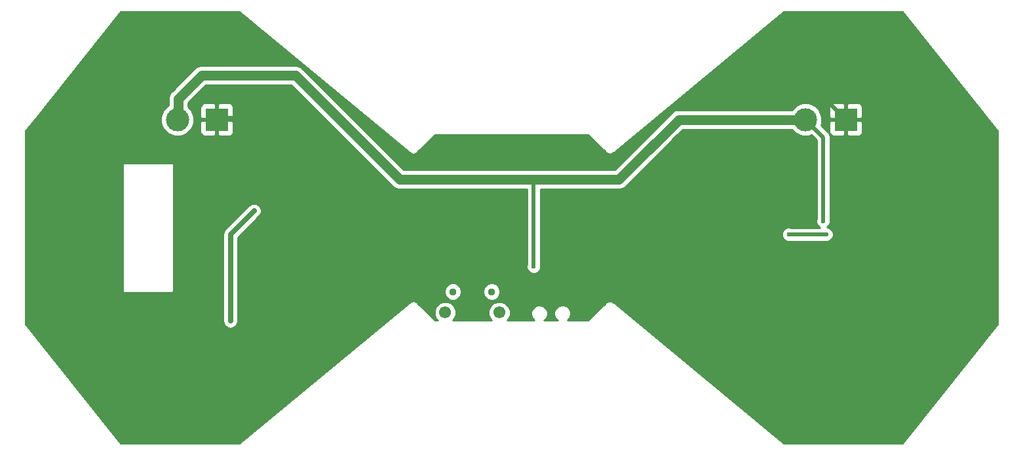
<source format=gbl>
G04 #@! TF.GenerationSoftware,KiCad,Pcbnew,(5.0.2-5-10.14)*
G04 #@! TF.CreationDate,2019-03-10T19:37:14-04:00*
G04 #@! TF.ProjectId,glowtie,676c6f77-7469-4652-9e6b-696361645f70,rev?*
G04 #@! TF.SameCoordinates,Original*
G04 #@! TF.FileFunction,Copper,L2,Bot*
G04 #@! TF.FilePolarity,Positive*
%FSLAX46Y46*%
G04 Gerber Fmt 4.6, Leading zero omitted, Abs format (unit mm)*
G04 Created by KiCad (PCBNEW (5.0.2-5-10.14)) date Sunday, March 10, 2019 at 07:37:14 PM*
%MOMM*%
%LPD*%
G01*
G04 APERTURE LIST*
G04 #@! TA.AperFunction,BGAPad,CuDef*
%ADD10C,3.000000*%
G04 #@! TD*
G04 #@! TA.AperFunction,SMDPad,CuDef*
%ADD11R,3.000000X3.000000*%
G04 #@! TD*
G04 #@! TA.AperFunction,ComponentPad*
%ADD12C,1.550000*%
G04 #@! TD*
G04 #@! TA.AperFunction,ComponentPad*
%ADD13C,0.950000*%
G04 #@! TD*
G04 #@! TA.AperFunction,ViaPad*
%ADD14C,0.600000*%
G04 #@! TD*
G04 #@! TA.AperFunction,Conductor*
%ADD15C,0.508000*%
G04 #@! TD*
G04 #@! TA.AperFunction,Conductor*
%ADD16C,1.270000*%
G04 #@! TD*
G04 #@! TA.AperFunction,Conductor*
%ADD17C,0.635000*%
G04 #@! TD*
G04 #@! TA.AperFunction,Conductor*
%ADD18C,0.254000*%
G04 #@! TD*
G04 APERTURE END LIST*
D10*
G04 #@! TO.P,J8,1*
G04 #@! TO.N,Net-(10uF2-Pad1)*
X114173000Y-27305000D03*
G04 #@! TD*
G04 #@! TO.P,J9,1*
G04 #@! TO.N,Net-(10uF2-Pad1)*
X33020000Y-27305000D03*
G04 #@! TD*
D11*
G04 #@! TO.P,J6,1*
G04 #@! TO.N,GND*
X119380000Y-27305000D03*
G04 #@! TD*
G04 #@! TO.P,J7,1*
G04 #@! TO.N,GND*
X38100000Y-27305000D03*
G04 #@! TD*
D12*
G04 #@! TO.P,J1,6*
G04 #@! TO.N,Net-(J1-Pad6)*
X74620000Y-52277000D03*
X67620000Y-52277000D03*
D13*
X73620000Y-49577000D03*
X68620000Y-49577000D03*
G04 #@! TD*
D14*
G04 #@! TO.N,GND*
X112014000Y-40576500D03*
X115951000Y-44132500D03*
X71501000Y-38989000D03*
X63119000Y-41402000D03*
X113030000Y-20574000D03*
X51816000Y-32639000D03*
X21590000Y-42545000D03*
X44450000Y-27051000D03*
G04 #@! TO.N,Net-(10uF2-Pad1)*
X79057500Y-46291500D03*
X116459000Y-40449500D03*
G04 #@! TO.N,Net-(R470-Pad1)*
X116840000Y-42164000D03*
X112014000Y-42164000D03*
G04 #@! TO.N,Net-(J5-Pad1)*
X42926000Y-39116000D03*
X39878000Y-53340000D03*
G04 #@! TD*
D15*
G04 #@! TO.N,GND*
X111569500Y-44132500D02*
X115951000Y-44132500D01*
X110363000Y-42926000D02*
X111569500Y-44132500D01*
X110363000Y-41211500D02*
X110363000Y-42926000D01*
X110998000Y-40576500D02*
X110363000Y-41211500D01*
X112014000Y-40576500D02*
X110998000Y-40576500D01*
X119348250Y-27336750D02*
X119380000Y-27305000D01*
X65532000Y-38989000D02*
X71501000Y-38989000D01*
X63119000Y-41402000D02*
X65532000Y-38989000D01*
X113030000Y-20574000D02*
X113030000Y-20955000D01*
X113030000Y-20955000D02*
X119380000Y-27305000D01*
X51816000Y-32639000D02*
X46228000Y-27051000D01*
X46228000Y-27051000D02*
X44450000Y-27051000D01*
X38481000Y-27051000D02*
X38100000Y-26670000D01*
X44450000Y-27051000D02*
X38481000Y-27051000D01*
G04 #@! TO.N,Net-(10uF2-Pad1)*
X79057500Y-46291500D02*
X79057500Y-35052000D01*
X79057500Y-35052000D02*
X79057500Y-35242500D01*
X79057500Y-35242500D02*
X79057500Y-35052000D01*
X116459000Y-40449500D02*
X116459000Y-29591000D01*
X116459000Y-29591000D02*
X114173000Y-27305000D01*
X114173000Y-27305000D02*
X114173000Y-27432000D01*
D16*
X36195000Y-21590000D02*
X33147000Y-24638000D01*
X59690001Y-33019999D02*
X48260002Y-21590000D01*
X36195000Y-21590000D02*
X48260002Y-21590000D01*
X33147000Y-24638000D02*
X33147000Y-27178000D01*
X33147000Y-27178000D02*
X33020000Y-27305000D01*
X86360000Y-35052000D02*
X90043000Y-35052000D01*
X92075000Y-33020000D02*
X96520000Y-28575000D01*
X90043000Y-35052000D02*
X92075000Y-33020000D01*
X61722000Y-35052000D02*
X79057500Y-35052000D01*
X79057500Y-35052000D02*
X86360000Y-35052000D01*
X59690001Y-33020001D02*
X61722000Y-35052000D01*
X59690001Y-33019999D02*
X59690001Y-33020001D01*
X97790000Y-27305000D02*
X114300000Y-27305000D01*
X96520000Y-28575000D02*
X97790000Y-27305000D01*
X59690001Y-33019999D02*
X59690002Y-33020000D01*
D15*
G04 #@! TO.N,Net-(R470-Pad1)*
X112014000Y-42164000D02*
X116840000Y-42164000D01*
D17*
G04 #@! TO.N,Net-(J5-Pad1)*
X39878000Y-42164000D02*
X42926000Y-39116000D01*
X39878000Y-53340000D02*
X39878000Y-42164000D01*
G04 #@! TD*
D18*
G04 #@! TO.N,GND*
G36*
X62985987Y-31578689D02*
X63006144Y-31608856D01*
X63090097Y-31664952D01*
X63114904Y-31685506D01*
X63146084Y-31702361D01*
X63232727Y-31760254D01*
X63265089Y-31766691D01*
X63294121Y-31782385D01*
X63397790Y-31793088D01*
X63500000Y-31813419D01*
X63532365Y-31806981D01*
X63565190Y-31810370D01*
X63665064Y-31780585D01*
X63767273Y-31760254D01*
X63794710Y-31741922D01*
X63826335Y-31732490D01*
X63907207Y-31666753D01*
X63936665Y-31647070D01*
X63959437Y-31624298D01*
X64037797Y-31560603D01*
X64055052Y-31528683D01*
X66323736Y-29260000D01*
X86076265Y-29260000D01*
X88344949Y-31528685D01*
X88362203Y-31560603D01*
X88440558Y-31624294D01*
X88463334Y-31647070D01*
X88492798Y-31666757D01*
X88573665Y-31732490D01*
X88605289Y-31741921D01*
X88632726Y-31760254D01*
X88734934Y-31780584D01*
X88834810Y-31810370D01*
X88867638Y-31806981D01*
X88899999Y-31813418D01*
X89002203Y-31793088D01*
X89105878Y-31782385D01*
X89134910Y-31766691D01*
X89167273Y-31760254D01*
X89253921Y-31702358D01*
X89285095Y-31685506D01*
X89309898Y-31664955D01*
X89393856Y-31608856D01*
X89414014Y-31578687D01*
X111371913Y-13385000D01*
X126670772Y-13385000D01*
X139015001Y-28815286D01*
X139015000Y-53734715D01*
X126670772Y-69165000D01*
X111371913Y-69165000D01*
X89414014Y-50971313D01*
X89393856Y-50941144D01*
X89309898Y-50885045D01*
X89285095Y-50864494D01*
X89253921Y-50847642D01*
X89167273Y-50789746D01*
X89134910Y-50783309D01*
X89105878Y-50767615D01*
X89002203Y-50756912D01*
X88899999Y-50736582D01*
X88867638Y-50743019D01*
X88834810Y-50739630D01*
X88734934Y-50769416D01*
X88632726Y-50789746D01*
X88605289Y-50808079D01*
X88573665Y-50817510D01*
X88492798Y-50883243D01*
X88463334Y-50902930D01*
X88440558Y-50925706D01*
X88362203Y-50989397D01*
X88344949Y-51021315D01*
X86076265Y-53290000D01*
X83424421Y-53290000D01*
X83699818Y-53014603D01*
X83865000Y-52615820D01*
X83865000Y-52184180D01*
X83699818Y-51785397D01*
X83394603Y-51480182D01*
X82995820Y-51315000D01*
X82564180Y-51315000D01*
X82165397Y-51480182D01*
X81860182Y-51785397D01*
X81695000Y-52184180D01*
X81695000Y-52615820D01*
X81860182Y-53014603D01*
X82135579Y-53290000D01*
X80424421Y-53290000D01*
X80699818Y-53014603D01*
X80865000Y-52615820D01*
X80865000Y-52184180D01*
X80699818Y-51785397D01*
X80394603Y-51480182D01*
X79995820Y-51315000D01*
X79564180Y-51315000D01*
X79165397Y-51480182D01*
X78860182Y-51785397D01*
X78695000Y-52184180D01*
X78695000Y-52615820D01*
X78860182Y-53014603D01*
X79135579Y-53290000D01*
X75601042Y-53290000D01*
X75815341Y-53075701D01*
X76030000Y-52557467D01*
X76030000Y-51996533D01*
X75815341Y-51478299D01*
X75418701Y-51081659D01*
X74900467Y-50867000D01*
X74339533Y-50867000D01*
X73821299Y-51081659D01*
X73424659Y-51478299D01*
X73210000Y-51996533D01*
X73210000Y-52557467D01*
X73424659Y-53075701D01*
X73638958Y-53290000D01*
X68601042Y-53290000D01*
X68815341Y-53075701D01*
X69030000Y-52557467D01*
X69030000Y-51996533D01*
X68815341Y-51478299D01*
X68418701Y-51081659D01*
X67900467Y-50867000D01*
X67339533Y-50867000D01*
X66821299Y-51081659D01*
X66424659Y-51478299D01*
X66210000Y-51996533D01*
X66210000Y-52557467D01*
X66424659Y-53075701D01*
X66638958Y-53290000D01*
X66323736Y-53290000D01*
X64055052Y-51021317D01*
X64037797Y-50989397D01*
X63959437Y-50925702D01*
X63936665Y-50902930D01*
X63907207Y-50883247D01*
X63826335Y-50817510D01*
X63794710Y-50808078D01*
X63767273Y-50789746D01*
X63665064Y-50769415D01*
X63565190Y-50739630D01*
X63532365Y-50743019D01*
X63500000Y-50736581D01*
X63397790Y-50756912D01*
X63294121Y-50767615D01*
X63265089Y-50783309D01*
X63232727Y-50789746D01*
X63146084Y-50847639D01*
X63114904Y-50864494D01*
X63090097Y-50885048D01*
X63006144Y-50941144D01*
X62985987Y-50971311D01*
X41028088Y-69165000D01*
X25729228Y-69165000D01*
X13385000Y-53734716D01*
X13385000Y-33020000D01*
X25908000Y-33020000D01*
X25908000Y-49530000D01*
X25917667Y-49578601D01*
X25945197Y-49619803D01*
X25986399Y-49647333D01*
X26035000Y-49657000D01*
X32385000Y-49657000D01*
X32433601Y-49647333D01*
X32474803Y-49619803D01*
X32502333Y-49578601D01*
X32512000Y-49530000D01*
X32512000Y-42164000D01*
X38906840Y-42164000D01*
X38925501Y-42257815D01*
X38925500Y-53433809D01*
X38943000Y-53521788D01*
X38943000Y-53525983D01*
X38944605Y-53529859D01*
X38980765Y-53711646D01*
X39083739Y-53865758D01*
X39085345Y-53869635D01*
X39088312Y-53872602D01*
X39191286Y-54026714D01*
X39345399Y-54129689D01*
X39348365Y-54132655D01*
X39352240Y-54134260D01*
X39506353Y-54237235D01*
X39688142Y-54273395D01*
X39692017Y-54275000D01*
X39696211Y-54275000D01*
X39878000Y-54311160D01*
X40059789Y-54275000D01*
X40063983Y-54275000D01*
X40067858Y-54273395D01*
X40249646Y-54237235D01*
X40403758Y-54134261D01*
X40407635Y-54132655D01*
X40410602Y-54129688D01*
X40564714Y-54026714D01*
X40667689Y-53872601D01*
X40670655Y-53869635D01*
X40672260Y-53865760D01*
X40775235Y-53711647D01*
X40811395Y-53529858D01*
X40813000Y-53525983D01*
X40813000Y-53521789D01*
X40830500Y-53433810D01*
X40830500Y-49356207D01*
X67510000Y-49356207D01*
X67510000Y-49797793D01*
X67678988Y-50205764D01*
X67991236Y-50518012D01*
X68399207Y-50687000D01*
X68840793Y-50687000D01*
X69248764Y-50518012D01*
X69561012Y-50205764D01*
X69730000Y-49797793D01*
X69730000Y-49356207D01*
X72510000Y-49356207D01*
X72510000Y-49797793D01*
X72678988Y-50205764D01*
X72991236Y-50518012D01*
X73399207Y-50687000D01*
X73840793Y-50687000D01*
X74248764Y-50518012D01*
X74561012Y-50205764D01*
X74730000Y-49797793D01*
X74730000Y-49356207D01*
X74561012Y-48948236D01*
X74248764Y-48635988D01*
X73840793Y-48467000D01*
X73399207Y-48467000D01*
X72991236Y-48635988D01*
X72678988Y-48948236D01*
X72510000Y-49356207D01*
X69730000Y-49356207D01*
X69561012Y-48948236D01*
X69248764Y-48635988D01*
X68840793Y-48467000D01*
X68399207Y-48467000D01*
X67991236Y-48635988D01*
X67678988Y-48948236D01*
X67510000Y-49356207D01*
X40830500Y-49356207D01*
X40830500Y-42558537D01*
X43665852Y-39723186D01*
X43715687Y-39648603D01*
X43718655Y-39645635D01*
X43720261Y-39641757D01*
X43823235Y-39487647D01*
X43859395Y-39305858D01*
X43861000Y-39301983D01*
X43861000Y-39297789D01*
X43897160Y-39116000D01*
X43861000Y-38934211D01*
X43861000Y-38930017D01*
X43859395Y-38926142D01*
X43823235Y-38744354D01*
X43720262Y-38590245D01*
X43718655Y-38586365D01*
X43715685Y-38583395D01*
X43612713Y-38429287D01*
X43458605Y-38326315D01*
X43455635Y-38323345D01*
X43451755Y-38321738D01*
X43297646Y-38218765D01*
X43115858Y-38182605D01*
X43111983Y-38181000D01*
X43107789Y-38181000D01*
X42926000Y-38144840D01*
X42744211Y-38181000D01*
X42740017Y-38181000D01*
X42736142Y-38182605D01*
X42554353Y-38218765D01*
X42400243Y-38321739D01*
X42396365Y-38323345D01*
X42393397Y-38326313D01*
X42318814Y-38376148D01*
X39270818Y-41424145D01*
X39191287Y-41477286D01*
X39086330Y-41634365D01*
X38980765Y-41792354D01*
X38906840Y-42164000D01*
X32512000Y-42164000D01*
X32512000Y-33020000D01*
X32502333Y-32971399D01*
X32474803Y-32930197D01*
X32433601Y-32902667D01*
X32385000Y-32893000D01*
X26035000Y-32893000D01*
X25986399Y-32902667D01*
X25945197Y-32930197D01*
X25917667Y-32971399D01*
X25908000Y-33020000D01*
X13385000Y-33020000D01*
X13385000Y-28815284D01*
X14932969Y-26880322D01*
X30885000Y-26880322D01*
X30885000Y-27729678D01*
X31210034Y-28514380D01*
X31810620Y-29114966D01*
X32595322Y-29440000D01*
X33444678Y-29440000D01*
X34229380Y-29114966D01*
X34829966Y-28514380D01*
X35155000Y-27729678D01*
X35155000Y-27590750D01*
X35965000Y-27590750D01*
X35965000Y-28931310D01*
X36061673Y-29164699D01*
X36240302Y-29343327D01*
X36473691Y-29440000D01*
X37814250Y-29440000D01*
X37973000Y-29281250D01*
X37973000Y-27432000D01*
X38227000Y-27432000D01*
X38227000Y-29281250D01*
X38385750Y-29440000D01*
X39726309Y-29440000D01*
X39959698Y-29343327D01*
X40138327Y-29164699D01*
X40235000Y-28931310D01*
X40235000Y-27590750D01*
X40076250Y-27432000D01*
X38227000Y-27432000D01*
X37973000Y-27432000D01*
X36123750Y-27432000D01*
X35965000Y-27590750D01*
X35155000Y-27590750D01*
X35155000Y-26880322D01*
X34829966Y-26095620D01*
X34417000Y-25682654D01*
X34417000Y-25678690D01*
X35965000Y-25678690D01*
X35965000Y-27019250D01*
X36123750Y-27178000D01*
X37973000Y-27178000D01*
X37973000Y-25328750D01*
X38227000Y-25328750D01*
X38227000Y-27178000D01*
X40076250Y-27178000D01*
X40235000Y-27019250D01*
X40235000Y-25678690D01*
X40138327Y-25445301D01*
X39959698Y-25266673D01*
X39726309Y-25170000D01*
X38385750Y-25170000D01*
X38227000Y-25328750D01*
X37973000Y-25328750D01*
X37814250Y-25170000D01*
X36473691Y-25170000D01*
X36240302Y-25266673D01*
X36061673Y-25445301D01*
X35965000Y-25678690D01*
X34417000Y-25678690D01*
X34417000Y-25164050D01*
X36721051Y-22860000D01*
X47733952Y-22860000D01*
X58703528Y-33829577D01*
X58774383Y-33935619D01*
X58880422Y-34006472D01*
X60735530Y-35861581D01*
X60806382Y-35967618D01*
X61226471Y-36248313D01*
X61596920Y-36322000D01*
X61596924Y-36322000D01*
X61722000Y-36346879D01*
X61847076Y-36322000D01*
X78168501Y-36322000D01*
X78168500Y-45994463D01*
X78122500Y-46105517D01*
X78122500Y-46477483D01*
X78264845Y-46821135D01*
X78527865Y-47084155D01*
X78871517Y-47226500D01*
X79243483Y-47226500D01*
X79587135Y-47084155D01*
X79850155Y-46821135D01*
X79992500Y-46477483D01*
X79992500Y-46105517D01*
X79946500Y-45994463D01*
X79946500Y-36322000D01*
X89917925Y-36322000D01*
X90043000Y-36346879D01*
X90168075Y-36322000D01*
X90168080Y-36322000D01*
X90538529Y-36248313D01*
X90958618Y-35967618D01*
X91029471Y-35861579D01*
X93061470Y-33829581D01*
X93061472Y-33829578D01*
X97506470Y-29384581D01*
X97506472Y-29384578D01*
X98316051Y-28575000D01*
X112423654Y-28575000D01*
X112963620Y-29114966D01*
X113748322Y-29440000D01*
X114597678Y-29440000D01*
X114918059Y-29307294D01*
X115570001Y-29959237D01*
X115570000Y-40152463D01*
X115524000Y-40263517D01*
X115524000Y-40635483D01*
X115666345Y-40979135D01*
X115929365Y-41242155D01*
X116008660Y-41275000D01*
X112311037Y-41275000D01*
X112199983Y-41229000D01*
X111828017Y-41229000D01*
X111484365Y-41371345D01*
X111221345Y-41634365D01*
X111079000Y-41978017D01*
X111079000Y-42349983D01*
X111221345Y-42693635D01*
X111484365Y-42956655D01*
X111828017Y-43099000D01*
X112199983Y-43099000D01*
X112311037Y-43053000D01*
X116542963Y-43053000D01*
X116654017Y-43099000D01*
X117025983Y-43099000D01*
X117369635Y-42956655D01*
X117632655Y-42693635D01*
X117775000Y-42349983D01*
X117775000Y-41978017D01*
X117632655Y-41634365D01*
X117369635Y-41371345D01*
X117025983Y-41229000D01*
X117001790Y-41229000D01*
X117251655Y-40979135D01*
X117394000Y-40635483D01*
X117394000Y-40263517D01*
X117348000Y-40152463D01*
X117348000Y-29678550D01*
X117365415Y-29590999D01*
X117348000Y-29503448D01*
X117348000Y-29503444D01*
X117296419Y-29244130D01*
X117099933Y-28950067D01*
X117025707Y-28900471D01*
X116175294Y-28050059D01*
X116308000Y-27729678D01*
X116308000Y-27590750D01*
X117245000Y-27590750D01*
X117245000Y-28931310D01*
X117341673Y-29164699D01*
X117520302Y-29343327D01*
X117753691Y-29440000D01*
X119094250Y-29440000D01*
X119253000Y-29281250D01*
X119253000Y-27432000D01*
X119507000Y-27432000D01*
X119507000Y-29281250D01*
X119665750Y-29440000D01*
X121006309Y-29440000D01*
X121239698Y-29343327D01*
X121418327Y-29164699D01*
X121515000Y-28931310D01*
X121515000Y-27590750D01*
X121356250Y-27432000D01*
X119507000Y-27432000D01*
X119253000Y-27432000D01*
X117403750Y-27432000D01*
X117245000Y-27590750D01*
X116308000Y-27590750D01*
X116308000Y-26880322D01*
X115982966Y-26095620D01*
X115566036Y-25678690D01*
X117245000Y-25678690D01*
X117245000Y-27019250D01*
X117403750Y-27178000D01*
X119253000Y-27178000D01*
X119253000Y-25328750D01*
X119507000Y-25328750D01*
X119507000Y-27178000D01*
X121356250Y-27178000D01*
X121515000Y-27019250D01*
X121515000Y-25678690D01*
X121418327Y-25445301D01*
X121239698Y-25266673D01*
X121006309Y-25170000D01*
X119665750Y-25170000D01*
X119507000Y-25328750D01*
X119253000Y-25328750D01*
X119094250Y-25170000D01*
X117753691Y-25170000D01*
X117520302Y-25266673D01*
X117341673Y-25445301D01*
X117245000Y-25678690D01*
X115566036Y-25678690D01*
X115382380Y-25495034D01*
X114597678Y-25170000D01*
X113748322Y-25170000D01*
X112963620Y-25495034D01*
X112423654Y-26035000D01*
X97915074Y-26035000D01*
X97789999Y-26010121D01*
X97664924Y-26035000D01*
X97664920Y-26035000D01*
X97294471Y-26108687D01*
X97294469Y-26108688D01*
X97294470Y-26108688D01*
X97064451Y-26262382D01*
X96874382Y-26389382D01*
X96803530Y-26495419D01*
X95710422Y-27588528D01*
X95710419Y-27588530D01*
X91265422Y-32033528D01*
X91265419Y-32033530D01*
X89516950Y-33782000D01*
X62248051Y-33782000D01*
X60676476Y-32210426D01*
X60605619Y-32104381D01*
X60499583Y-32033530D01*
X49246473Y-20780421D01*
X49175620Y-20674382D01*
X48755531Y-20393687D01*
X48385082Y-20320000D01*
X48385077Y-20320000D01*
X48260002Y-20295121D01*
X48134927Y-20320000D01*
X36320075Y-20320000D01*
X36195000Y-20295121D01*
X36069925Y-20320000D01*
X36069920Y-20320000D01*
X35699471Y-20393687D01*
X35279382Y-20674382D01*
X35208531Y-20780419D01*
X32337421Y-23651529D01*
X32231382Y-23722382D01*
X31950687Y-24142472D01*
X31877000Y-24512921D01*
X31877000Y-24512925D01*
X31852121Y-24638000D01*
X31877000Y-24763075D01*
X31877000Y-25467538D01*
X31810620Y-25495034D01*
X31210034Y-26095620D01*
X30885000Y-26880322D01*
X14932969Y-26880322D01*
X25729228Y-13385000D01*
X41028088Y-13385000D01*
X62985987Y-31578689D01*
X62985987Y-31578689D01*
G37*
X62985987Y-31578689D02*
X63006144Y-31608856D01*
X63090097Y-31664952D01*
X63114904Y-31685506D01*
X63146084Y-31702361D01*
X63232727Y-31760254D01*
X63265089Y-31766691D01*
X63294121Y-31782385D01*
X63397790Y-31793088D01*
X63500000Y-31813419D01*
X63532365Y-31806981D01*
X63565190Y-31810370D01*
X63665064Y-31780585D01*
X63767273Y-31760254D01*
X63794710Y-31741922D01*
X63826335Y-31732490D01*
X63907207Y-31666753D01*
X63936665Y-31647070D01*
X63959437Y-31624298D01*
X64037797Y-31560603D01*
X64055052Y-31528683D01*
X66323736Y-29260000D01*
X86076265Y-29260000D01*
X88344949Y-31528685D01*
X88362203Y-31560603D01*
X88440558Y-31624294D01*
X88463334Y-31647070D01*
X88492798Y-31666757D01*
X88573665Y-31732490D01*
X88605289Y-31741921D01*
X88632726Y-31760254D01*
X88734934Y-31780584D01*
X88834810Y-31810370D01*
X88867638Y-31806981D01*
X88899999Y-31813418D01*
X89002203Y-31793088D01*
X89105878Y-31782385D01*
X89134910Y-31766691D01*
X89167273Y-31760254D01*
X89253921Y-31702358D01*
X89285095Y-31685506D01*
X89309898Y-31664955D01*
X89393856Y-31608856D01*
X89414014Y-31578687D01*
X111371913Y-13385000D01*
X126670772Y-13385000D01*
X139015001Y-28815286D01*
X139015000Y-53734715D01*
X126670772Y-69165000D01*
X111371913Y-69165000D01*
X89414014Y-50971313D01*
X89393856Y-50941144D01*
X89309898Y-50885045D01*
X89285095Y-50864494D01*
X89253921Y-50847642D01*
X89167273Y-50789746D01*
X89134910Y-50783309D01*
X89105878Y-50767615D01*
X89002203Y-50756912D01*
X88899999Y-50736582D01*
X88867638Y-50743019D01*
X88834810Y-50739630D01*
X88734934Y-50769416D01*
X88632726Y-50789746D01*
X88605289Y-50808079D01*
X88573665Y-50817510D01*
X88492798Y-50883243D01*
X88463334Y-50902930D01*
X88440558Y-50925706D01*
X88362203Y-50989397D01*
X88344949Y-51021315D01*
X86076265Y-53290000D01*
X83424421Y-53290000D01*
X83699818Y-53014603D01*
X83865000Y-52615820D01*
X83865000Y-52184180D01*
X83699818Y-51785397D01*
X83394603Y-51480182D01*
X82995820Y-51315000D01*
X82564180Y-51315000D01*
X82165397Y-51480182D01*
X81860182Y-51785397D01*
X81695000Y-52184180D01*
X81695000Y-52615820D01*
X81860182Y-53014603D01*
X82135579Y-53290000D01*
X80424421Y-53290000D01*
X80699818Y-53014603D01*
X80865000Y-52615820D01*
X80865000Y-52184180D01*
X80699818Y-51785397D01*
X80394603Y-51480182D01*
X79995820Y-51315000D01*
X79564180Y-51315000D01*
X79165397Y-51480182D01*
X78860182Y-51785397D01*
X78695000Y-52184180D01*
X78695000Y-52615820D01*
X78860182Y-53014603D01*
X79135579Y-53290000D01*
X75601042Y-53290000D01*
X75815341Y-53075701D01*
X76030000Y-52557467D01*
X76030000Y-51996533D01*
X75815341Y-51478299D01*
X75418701Y-51081659D01*
X74900467Y-50867000D01*
X74339533Y-50867000D01*
X73821299Y-51081659D01*
X73424659Y-51478299D01*
X73210000Y-51996533D01*
X73210000Y-52557467D01*
X73424659Y-53075701D01*
X73638958Y-53290000D01*
X68601042Y-53290000D01*
X68815341Y-53075701D01*
X69030000Y-52557467D01*
X69030000Y-51996533D01*
X68815341Y-51478299D01*
X68418701Y-51081659D01*
X67900467Y-50867000D01*
X67339533Y-50867000D01*
X66821299Y-51081659D01*
X66424659Y-51478299D01*
X66210000Y-51996533D01*
X66210000Y-52557467D01*
X66424659Y-53075701D01*
X66638958Y-53290000D01*
X66323736Y-53290000D01*
X64055052Y-51021317D01*
X64037797Y-50989397D01*
X63959437Y-50925702D01*
X63936665Y-50902930D01*
X63907207Y-50883247D01*
X63826335Y-50817510D01*
X63794710Y-50808078D01*
X63767273Y-50789746D01*
X63665064Y-50769415D01*
X63565190Y-50739630D01*
X63532365Y-50743019D01*
X63500000Y-50736581D01*
X63397790Y-50756912D01*
X63294121Y-50767615D01*
X63265089Y-50783309D01*
X63232727Y-50789746D01*
X63146084Y-50847639D01*
X63114904Y-50864494D01*
X63090097Y-50885048D01*
X63006144Y-50941144D01*
X62985987Y-50971311D01*
X41028088Y-69165000D01*
X25729228Y-69165000D01*
X13385000Y-53734716D01*
X13385000Y-33020000D01*
X25908000Y-33020000D01*
X25908000Y-49530000D01*
X25917667Y-49578601D01*
X25945197Y-49619803D01*
X25986399Y-49647333D01*
X26035000Y-49657000D01*
X32385000Y-49657000D01*
X32433601Y-49647333D01*
X32474803Y-49619803D01*
X32502333Y-49578601D01*
X32512000Y-49530000D01*
X32512000Y-42164000D01*
X38906840Y-42164000D01*
X38925501Y-42257815D01*
X38925500Y-53433809D01*
X38943000Y-53521788D01*
X38943000Y-53525983D01*
X38944605Y-53529859D01*
X38980765Y-53711646D01*
X39083739Y-53865758D01*
X39085345Y-53869635D01*
X39088312Y-53872602D01*
X39191286Y-54026714D01*
X39345399Y-54129689D01*
X39348365Y-54132655D01*
X39352240Y-54134260D01*
X39506353Y-54237235D01*
X39688142Y-54273395D01*
X39692017Y-54275000D01*
X39696211Y-54275000D01*
X39878000Y-54311160D01*
X40059789Y-54275000D01*
X40063983Y-54275000D01*
X40067858Y-54273395D01*
X40249646Y-54237235D01*
X40403758Y-54134261D01*
X40407635Y-54132655D01*
X40410602Y-54129688D01*
X40564714Y-54026714D01*
X40667689Y-53872601D01*
X40670655Y-53869635D01*
X40672260Y-53865760D01*
X40775235Y-53711647D01*
X40811395Y-53529858D01*
X40813000Y-53525983D01*
X40813000Y-53521789D01*
X40830500Y-53433810D01*
X40830500Y-49356207D01*
X67510000Y-49356207D01*
X67510000Y-49797793D01*
X67678988Y-50205764D01*
X67991236Y-50518012D01*
X68399207Y-50687000D01*
X68840793Y-50687000D01*
X69248764Y-50518012D01*
X69561012Y-50205764D01*
X69730000Y-49797793D01*
X69730000Y-49356207D01*
X72510000Y-49356207D01*
X72510000Y-49797793D01*
X72678988Y-50205764D01*
X72991236Y-50518012D01*
X73399207Y-50687000D01*
X73840793Y-50687000D01*
X74248764Y-50518012D01*
X74561012Y-50205764D01*
X74730000Y-49797793D01*
X74730000Y-49356207D01*
X74561012Y-48948236D01*
X74248764Y-48635988D01*
X73840793Y-48467000D01*
X73399207Y-48467000D01*
X72991236Y-48635988D01*
X72678988Y-48948236D01*
X72510000Y-49356207D01*
X69730000Y-49356207D01*
X69561012Y-48948236D01*
X69248764Y-48635988D01*
X68840793Y-48467000D01*
X68399207Y-48467000D01*
X67991236Y-48635988D01*
X67678988Y-48948236D01*
X67510000Y-49356207D01*
X40830500Y-49356207D01*
X40830500Y-42558537D01*
X43665852Y-39723186D01*
X43715687Y-39648603D01*
X43718655Y-39645635D01*
X43720261Y-39641757D01*
X43823235Y-39487647D01*
X43859395Y-39305858D01*
X43861000Y-39301983D01*
X43861000Y-39297789D01*
X43897160Y-39116000D01*
X43861000Y-38934211D01*
X43861000Y-38930017D01*
X43859395Y-38926142D01*
X43823235Y-38744354D01*
X43720262Y-38590245D01*
X43718655Y-38586365D01*
X43715685Y-38583395D01*
X43612713Y-38429287D01*
X43458605Y-38326315D01*
X43455635Y-38323345D01*
X43451755Y-38321738D01*
X43297646Y-38218765D01*
X43115858Y-38182605D01*
X43111983Y-38181000D01*
X43107789Y-38181000D01*
X42926000Y-38144840D01*
X42744211Y-38181000D01*
X42740017Y-38181000D01*
X42736142Y-38182605D01*
X42554353Y-38218765D01*
X42400243Y-38321739D01*
X42396365Y-38323345D01*
X42393397Y-38326313D01*
X42318814Y-38376148D01*
X39270818Y-41424145D01*
X39191287Y-41477286D01*
X39086330Y-41634365D01*
X38980765Y-41792354D01*
X38906840Y-42164000D01*
X32512000Y-42164000D01*
X32512000Y-33020000D01*
X32502333Y-32971399D01*
X32474803Y-32930197D01*
X32433601Y-32902667D01*
X32385000Y-32893000D01*
X26035000Y-32893000D01*
X25986399Y-32902667D01*
X25945197Y-32930197D01*
X25917667Y-32971399D01*
X25908000Y-33020000D01*
X13385000Y-33020000D01*
X13385000Y-28815284D01*
X14932969Y-26880322D01*
X30885000Y-26880322D01*
X30885000Y-27729678D01*
X31210034Y-28514380D01*
X31810620Y-29114966D01*
X32595322Y-29440000D01*
X33444678Y-29440000D01*
X34229380Y-29114966D01*
X34829966Y-28514380D01*
X35155000Y-27729678D01*
X35155000Y-27590750D01*
X35965000Y-27590750D01*
X35965000Y-28931310D01*
X36061673Y-29164699D01*
X36240302Y-29343327D01*
X36473691Y-29440000D01*
X37814250Y-29440000D01*
X37973000Y-29281250D01*
X37973000Y-27432000D01*
X38227000Y-27432000D01*
X38227000Y-29281250D01*
X38385750Y-29440000D01*
X39726309Y-29440000D01*
X39959698Y-29343327D01*
X40138327Y-29164699D01*
X40235000Y-28931310D01*
X40235000Y-27590750D01*
X40076250Y-27432000D01*
X38227000Y-27432000D01*
X37973000Y-27432000D01*
X36123750Y-27432000D01*
X35965000Y-27590750D01*
X35155000Y-27590750D01*
X35155000Y-26880322D01*
X34829966Y-26095620D01*
X34417000Y-25682654D01*
X34417000Y-25678690D01*
X35965000Y-25678690D01*
X35965000Y-27019250D01*
X36123750Y-27178000D01*
X37973000Y-27178000D01*
X37973000Y-25328750D01*
X38227000Y-25328750D01*
X38227000Y-27178000D01*
X40076250Y-27178000D01*
X40235000Y-27019250D01*
X40235000Y-25678690D01*
X40138327Y-25445301D01*
X39959698Y-25266673D01*
X39726309Y-25170000D01*
X38385750Y-25170000D01*
X38227000Y-25328750D01*
X37973000Y-25328750D01*
X37814250Y-25170000D01*
X36473691Y-25170000D01*
X36240302Y-25266673D01*
X36061673Y-25445301D01*
X35965000Y-25678690D01*
X34417000Y-25678690D01*
X34417000Y-25164050D01*
X36721051Y-22860000D01*
X47733952Y-22860000D01*
X58703528Y-33829577D01*
X58774383Y-33935619D01*
X58880422Y-34006472D01*
X60735530Y-35861581D01*
X60806382Y-35967618D01*
X61226471Y-36248313D01*
X61596920Y-36322000D01*
X61596924Y-36322000D01*
X61722000Y-36346879D01*
X61847076Y-36322000D01*
X78168501Y-36322000D01*
X78168500Y-45994463D01*
X78122500Y-46105517D01*
X78122500Y-46477483D01*
X78264845Y-46821135D01*
X78527865Y-47084155D01*
X78871517Y-47226500D01*
X79243483Y-47226500D01*
X79587135Y-47084155D01*
X79850155Y-46821135D01*
X79992500Y-46477483D01*
X79992500Y-46105517D01*
X79946500Y-45994463D01*
X79946500Y-36322000D01*
X89917925Y-36322000D01*
X90043000Y-36346879D01*
X90168075Y-36322000D01*
X90168080Y-36322000D01*
X90538529Y-36248313D01*
X90958618Y-35967618D01*
X91029471Y-35861579D01*
X93061470Y-33829581D01*
X93061472Y-33829578D01*
X97506470Y-29384581D01*
X97506472Y-29384578D01*
X98316051Y-28575000D01*
X112423654Y-28575000D01*
X112963620Y-29114966D01*
X113748322Y-29440000D01*
X114597678Y-29440000D01*
X114918059Y-29307294D01*
X115570001Y-29959237D01*
X115570000Y-40152463D01*
X115524000Y-40263517D01*
X115524000Y-40635483D01*
X115666345Y-40979135D01*
X115929365Y-41242155D01*
X116008660Y-41275000D01*
X112311037Y-41275000D01*
X112199983Y-41229000D01*
X111828017Y-41229000D01*
X111484365Y-41371345D01*
X111221345Y-41634365D01*
X111079000Y-41978017D01*
X111079000Y-42349983D01*
X111221345Y-42693635D01*
X111484365Y-42956655D01*
X111828017Y-43099000D01*
X112199983Y-43099000D01*
X112311037Y-43053000D01*
X116542963Y-43053000D01*
X116654017Y-43099000D01*
X117025983Y-43099000D01*
X117369635Y-42956655D01*
X117632655Y-42693635D01*
X117775000Y-42349983D01*
X117775000Y-41978017D01*
X117632655Y-41634365D01*
X117369635Y-41371345D01*
X117025983Y-41229000D01*
X117001790Y-41229000D01*
X117251655Y-40979135D01*
X117394000Y-40635483D01*
X117394000Y-40263517D01*
X117348000Y-40152463D01*
X117348000Y-29678550D01*
X117365415Y-29590999D01*
X117348000Y-29503448D01*
X117348000Y-29503444D01*
X117296419Y-29244130D01*
X117099933Y-28950067D01*
X117025707Y-28900471D01*
X116175294Y-28050059D01*
X116308000Y-27729678D01*
X116308000Y-27590750D01*
X117245000Y-27590750D01*
X117245000Y-28931310D01*
X117341673Y-29164699D01*
X117520302Y-29343327D01*
X117753691Y-29440000D01*
X119094250Y-29440000D01*
X119253000Y-29281250D01*
X119253000Y-27432000D01*
X119507000Y-27432000D01*
X119507000Y-29281250D01*
X119665750Y-29440000D01*
X121006309Y-29440000D01*
X121239698Y-29343327D01*
X121418327Y-29164699D01*
X121515000Y-28931310D01*
X121515000Y-27590750D01*
X121356250Y-27432000D01*
X119507000Y-27432000D01*
X119253000Y-27432000D01*
X117403750Y-27432000D01*
X117245000Y-27590750D01*
X116308000Y-27590750D01*
X116308000Y-26880322D01*
X115982966Y-26095620D01*
X115566036Y-25678690D01*
X117245000Y-25678690D01*
X117245000Y-27019250D01*
X117403750Y-27178000D01*
X119253000Y-27178000D01*
X119253000Y-25328750D01*
X119507000Y-25328750D01*
X119507000Y-27178000D01*
X121356250Y-27178000D01*
X121515000Y-27019250D01*
X121515000Y-25678690D01*
X121418327Y-25445301D01*
X121239698Y-25266673D01*
X121006309Y-25170000D01*
X119665750Y-25170000D01*
X119507000Y-25328750D01*
X119253000Y-25328750D01*
X119094250Y-25170000D01*
X117753691Y-25170000D01*
X117520302Y-25266673D01*
X117341673Y-25445301D01*
X117245000Y-25678690D01*
X115566036Y-25678690D01*
X115382380Y-25495034D01*
X114597678Y-25170000D01*
X113748322Y-25170000D01*
X112963620Y-25495034D01*
X112423654Y-26035000D01*
X97915074Y-26035000D01*
X97789999Y-26010121D01*
X97664924Y-26035000D01*
X97664920Y-26035000D01*
X97294471Y-26108687D01*
X97294469Y-26108688D01*
X97294470Y-26108688D01*
X97064451Y-26262382D01*
X96874382Y-26389382D01*
X96803530Y-26495419D01*
X95710422Y-27588528D01*
X95710419Y-27588530D01*
X91265422Y-32033528D01*
X91265419Y-32033530D01*
X89516950Y-33782000D01*
X62248051Y-33782000D01*
X60676476Y-32210426D01*
X60605619Y-32104381D01*
X60499583Y-32033530D01*
X49246473Y-20780421D01*
X49175620Y-20674382D01*
X48755531Y-20393687D01*
X48385082Y-20320000D01*
X48385077Y-20320000D01*
X48260002Y-20295121D01*
X48134927Y-20320000D01*
X36320075Y-20320000D01*
X36195000Y-20295121D01*
X36069925Y-20320000D01*
X36069920Y-20320000D01*
X35699471Y-20393687D01*
X35279382Y-20674382D01*
X35208531Y-20780419D01*
X32337421Y-23651529D01*
X32231382Y-23722382D01*
X31950687Y-24142472D01*
X31877000Y-24512921D01*
X31877000Y-24512925D01*
X31852121Y-24638000D01*
X31877000Y-24763075D01*
X31877000Y-25467538D01*
X31810620Y-25495034D01*
X31210034Y-26095620D01*
X30885000Y-26880322D01*
X14932969Y-26880322D01*
X25729228Y-13385000D01*
X41028088Y-13385000D01*
X62985987Y-31578689D01*
G04 #@! TD*
M02*

</source>
